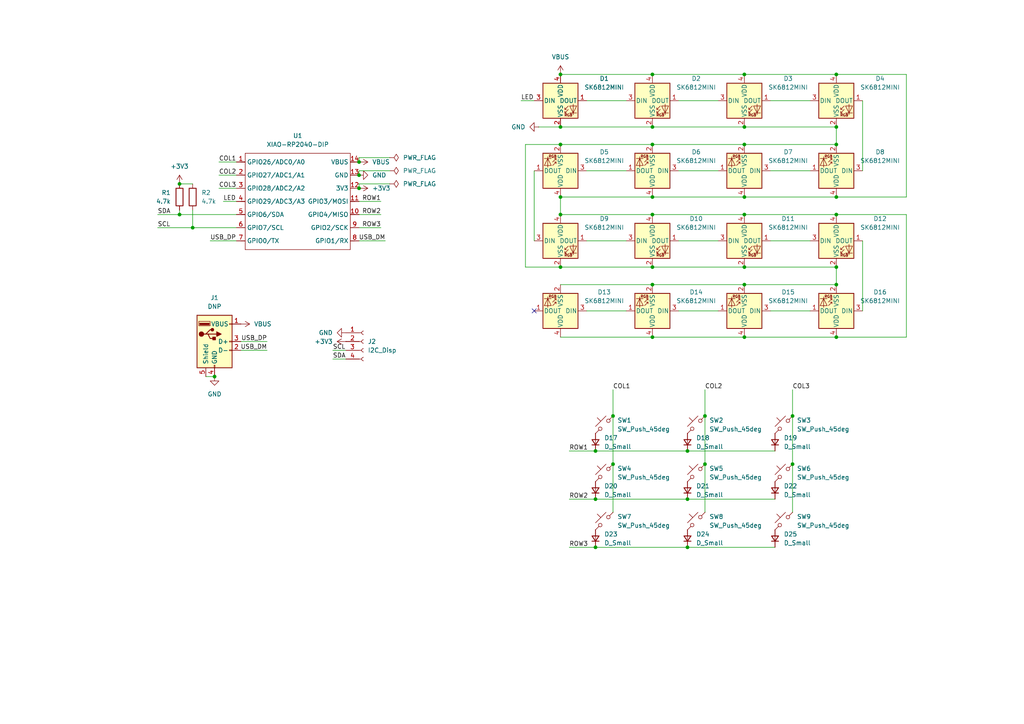
<source format=kicad_sch>
(kicad_sch (version 20250114) (generator "eeschema") (generator_version "9.0")
  (paper "A4")
  (lib_symbols
    (symbol "Connector:Conn_01x04_Socket" (pin_names (offset 1.016) (hide yes))
      (property "Reference" "J" (at 0 5.08 0))
      (property "Value" "Conn_01x04_Socket" (at 0 -7.62 0))
      (symbol "Conn_01x04_Socket_1_1"
        (polyline (pts (xy -1.27 2.54) (xy -0.508 2.54)) (stroke (width 0.1524)))
        (polyline (pts (xy -1.27 0) (xy -0.508 0)) (stroke (width 0.1524)))
        (polyline (pts (xy -1.27 -2.54) (xy -0.508 -2.54)) (stroke (width 0.1524)))
        (polyline (pts (xy -1.27 -5.08) (xy -0.508 -5.08)) (stroke (width 0.1524)))
        (arc (start 0 2.032) (mid -0.5058 2.54) (end 0 3.048) (stroke (width 0.1524)))
        (arc (start 0 -0.508) (mid -0.5058 0) (end 0 0.508) (stroke (width 0.1524)))
        (arc (start 0 -3.048) (mid -0.5058 -2.54) (end 0 -2.032) (stroke (width 0.1524)))
        (arc (start 0 -5.588) (mid -0.5058 -5.08) (end 0 -4.572) (stroke (width 0.1524)))
        (pin passive line (at -5.08 2.54 0) (length 3.81) (name "Pin_1") (number "1"))
        (pin passive line (at -5.08 0 0) (length 3.81) (name "Pin_2") (number "2"))
        (pin passive line (at -5.08 -2.54 0) (length 3.81) (name "Pin_3") (number "3"))
        (pin passive line (at -5.08 -5.08 0) (length 3.81) (name "Pin_4") (number "4"))
      )
    )
    (symbol "Connector:USB_A" (pin_names (offset 1.016))
      (property "Reference" "J" (at -5.08 11.43 0))
      (property "Value" "USB_A" (at -5.08 8.89 0))
      (symbol "USB_A_0_1"
        (rectangle (start -5.08 -7.62) (end 5.08 7.62) (stroke (width 0.254)) (fill (type background)))
        (circle (center -3.81 2.159) (radius 0.635) (stroke (width 0.254)) (fill (type outline)))
        (polyline (pts (xy -3.175 2.159) (xy -2.54 2.159) (xy -1.27 3.429) (xy -0.635 3.429)) (stroke (width 0.254)))
        (polyline (pts (xy -2.54 2.159) (xy -1.905 2.159) (xy -1.27 0.889) (xy 0 0.889)) (stroke (width 0.254)))
        (rectangle (start -1.524 4.826) (end -4.318 5.334) (fill (type outline)))
        (rectangle (start -1.27 4.572) (end -4.572 5.842))
        (circle (center -0.635 3.429) (radius 0.381) (stroke (width 0.254)) (fill (type outline)))
        (rectangle (start -0.127 -7.62) (end 0.127 -6.858))
        (rectangle (start 0.254 1.27) (end -0.508 0.508) (stroke (width 0.254)) (fill (type outline)))
        (polyline (pts (xy 0.635 2.794) (xy 0.635 1.524) (xy 1.905 2.159) (xy 0.635 2.794)) (stroke (width 0.254)) (fill (type outline)))
        (rectangle (start 5.08 4.953) (end 4.318 5.207))
        (rectangle (start 5.08 -0.127) (end 4.318 0.127))
        (rectangle (start 5.08 -2.667) (end 4.318 -2.413))
      )
      (symbol "USB_A_1_1"
        (polyline (pts (xy -1.905 2.159) (xy 0.635 2.159)) (stroke (width 0.254)))
        (pin passive line (at -2.54 -10.16 90) (length 2.54) (name "Shield") (number "5"))
        (pin power_in line (at 0 -10.16 90) (length 2.54) (name "GND") (number "4"))
        (pin power_in line (at 7.62 5.08 180) (length 2.54) (name "VBUS") (number "1"))
        (pin bidirectional line (at 7.62 0 180) (length 2.54) (name "D+") (number "3"))
        (pin bidirectional line (at 7.62 -2.54 180) (length 2.54) (name "D-") (number "2"))
      )
    )
    (symbol "Device:D_Small" (pin_numbers (hide yes)) (pin_names (offset 0.254) (hide yes))
      (property "Reference" "D" (at -1.27 2.032 0))
      (property "Value" "D_Small" (at -3.81 -2.032 0))
      (symbol "D_Small_0_1"
        (polyline (pts (xy -0.762 0) (xy 0.762 0)))
        (polyline (pts (xy -0.762 -1.016) (xy -0.762 1.016)) (stroke (width 0.254)))
        (polyline (pts (xy 0.762 -1.016) (xy -0.762 0) (xy 0.762 1.016) (xy 0.762 -1.016)) (stroke (width 0.254)))
      )
      (symbol "D_Small_1_1"
        (pin passive line (at -2.54 0 0) (length 1.778) (name "K") (number "1"))
        (pin passive line (at 2.54 0 180) (length 1.778) (name "A") (number "2"))
      )
    )
    (symbol "Device:R" (pin_numbers (hide yes)) (pin_names (offset 0))
      (property "Reference" "R" (at 2.032 0 90))
      (property "Value" "R" (at 0 0 90))
      (symbol "R_0_1"
        (rectangle (start -1.016 -2.54) (end 1.016 2.54) (stroke (width 0.254)))
      )
      (symbol "R_1_1"
        (pin passive line (at 0 3.81 270) (length 1.27) (name "~") (number "1"))
        (pin passive line (at 0 -3.81 90) (length 1.27) (name "~") (number "2"))
      )
    )
    (symbol "LED:SK6812MINI" (pin_names (offset 0.254))
      (property "Reference" "D" (at 5.08 5.715 0))
      (property "Value" "SK6812MINI" (at 1.27 -5.715 0))
      (symbol "SK6812MINI_0_0"
        (text "RGB" (at 2.286 -4.191 0) (effects (font (size 0.762 0.762))))
      )
      (symbol "SK6812MINI_0_1"
        (polyline (pts (xy 1.27 -2.54) (xy 1.778 -2.54)))
        (polyline (pts (xy 1.27 -3.556) (xy 1.778 -3.556)))
        (polyline (pts (xy 2.286 -1.524) (xy 1.27 -2.54) (xy 1.27 -2.032)))
        (polyline (pts (xy 2.286 -2.54) (xy 1.27 -3.556) (xy 1.27 -3.048)))
        (polyline (pts (xy 3.683 -1.016) (xy 3.683 -3.556) (xy 3.683 -4.064)))
        (polyline (pts (xy 4.699 -1.524) (xy 2.667 -1.524) (xy 3.683 -3.556) (xy 4.699 -1.524)))
        (polyline (pts (xy 4.699 -3.556) (xy 2.667 -3.556)))
        (rectangle (start 5.08 5.08) (end -5.08 -5.08) (stroke (width 0.254)) (fill (type background)))
      )
      (symbol "SK6812MINI_1_1"
        (pin input line (at -7.62 0 0) (length 2.54) (name "DIN") (number "3"))
        (pin power_in line (at 0 7.62 270) (length 2.54) (name "VDD") (number "4"))
        (pin power_in line (at 0 -7.62 90) (length 2.54) (name "VSS") (number "2"))
        (pin output line (at 7.62 0 180) (length 2.54) (name "DOUT") (number "1"))
      )
    )
    (symbol "OPL:XIAO-RP2040-DIP"
      (property "Reference" "U" (at 0 0 0))
      (property "Value" "XIAO-RP2040-DIP" (at 5.334 -1.778 0))
      (symbol "XIAO-RP2040-DIP_1_0"
        (polyline (pts (xy -1.27 -2.54) (xy 29.21 -2.54)) (stroke (width 0.1524)))
        (polyline (pts (xy -1.27 -5.08) (xy -2.54 -5.08)) (stroke (width 0.1524)))
        (polyline (pts (xy -1.27 -5.08) (xy -1.27 -2.54)) (stroke (width 0.1524)))
        (polyline (pts (xy -1.27 -8.89) (xy -2.54 -8.89)) (stroke (width 0.1524)))
        (polyline (pts (xy -1.27 -8.89) (xy -1.27 -5.08)) (stroke (width 0.1524)))
        (polyline (pts (xy -1.27 -12.7) (xy -2.54 -12.7)) (stroke (width 0.1524)))
        (polyline (pts (xy -1.27 -12.7) (xy -1.27 -8.89)) (stroke (width 0.1524)))
        (polyline (pts (xy -1.27 -16.51) (xy -2.54 -16.51)) (stroke (width 0.1524)))
        (polyline (pts (xy -1.27 -16.51) (xy -1.27 -12.7)) (stroke (width 0.1524)))
        (polyline (pts (xy -1.27 -20.32) (xy -2.54 -20.32)) (stroke (width 0.1524)))
        (polyline (pts (xy -1.27 -24.13) (xy -2.54 -24.13)) (stroke (width 0.1524)))
        (polyline (pts (xy -1.27 -27.94) (xy -2.54 -27.94)) (stroke (width 0.1524)))
        (polyline (pts (xy -1.27 -30.48) (xy -1.27 -16.51)) (stroke (width 0.1524)))
        (polyline (pts (xy 29.21 -2.54) (xy 29.21 -5.08)) (stroke (width 0.1524)))
        (polyline (pts (xy 29.21 -5.08) (xy 29.21 -8.89)) (stroke (width 0.1524)))
        (polyline (pts (xy 29.21 -8.89) (xy 29.21 -12.7)) (stroke (width 0.1524)))
        (polyline (pts (xy 29.21 -12.7) (xy 29.21 -30.48)) (stroke (width 0.1524)))
        (polyline (pts (xy 29.21 -30.48) (xy -1.27 -30.48)) (stroke (width 0.1524)))
        (polyline (pts (xy 30.48 -5.08) (xy 29.21 -5.08)) (stroke (width 0.1524)))
        (polyline (pts (xy 30.48 -8.89) (xy 29.21 -8.89)) (stroke (width 0.1524)))
        (polyline (pts (xy 30.48 -12.7) (xy 29.21 -12.7)) (stroke (width 0.1524)))
        (polyline (pts (xy 30.48 -16.51) (xy 29.21 -16.51)) (stroke (width 0.1524)))
        (polyline (pts (xy 30.48 -20.32) (xy 29.21 -20.32)) (stroke (width 0.1524)))
        (polyline (pts (xy 30.48 -24.13) (xy 29.21 -24.13)) (stroke (width 0.1524)))
        (polyline (pts (xy 30.48 -27.94) (xy 29.21 -27.94)) (stroke (width 0.1524)))
        (pin passive line (at -3.81 -5.08 0) (length 2.54) (name "GPIO26/ADC0/A0") (number "1"))
        (pin passive line (at -3.81 -8.89 0) (length 2.54) (name "GPIO27/ADC1/A1") (number "2"))
        (pin passive line (at -3.81 -12.7 0) (length 2.54) (name "GPIO28/ADC2/A2") (number "3"))
        (pin passive line (at -3.81 -16.51 0) (length 2.54) (name "GPIO29/ADC3/A3") (number "4"))
        (pin passive line (at -3.81 -20.32 0) (length 2.54) (name "GPIO6/SDA") (number "5"))
        (pin passive line (at -3.81 -24.13 0) (length 2.54) (name "GPIO7/SCL") (number "6"))
        (pin passive line (at -3.81 -27.94 0) (length 2.54) (name "GPIO0/TX") (number "7"))
        (pin passive line (at 31.75 -5.08 180) (length 2.54) (name "VBUS") (number "14"))
        (pin passive line (at 31.75 -8.89 180) (length 2.54) (name "GND") (number "13"))
        (pin passive line (at 31.75 -12.7 180) (length 2.54) (name "3V3") (number "12"))
        (pin passive line (at 31.75 -16.51 180) (length 2.54) (name "GPIO3/MOSI") (number "11"))
        (pin passive line (at 31.75 -20.32 180) (length 2.54) (name "GPIO4/MISO") (number "10"))
        (pin passive line (at 31.75 -24.13 180) (length 2.54) (name "GPIO2/SCK") (number "9"))
        (pin passive line (at 31.75 -27.94 180) (length 2.54) (name "GPIO1/RX") (number "8"))
      )
    )
    (symbol "Switch:SW_Push_45deg" (pin_numbers (hide yes)) (pin_names (offset 1.016) (hide yes))
      (property "Reference" "SW" (at 3.048 1.016 0))
      (property "Value" "SW_Push_45deg" (at 0 -3.81 0))
      (symbol "SW_Push_45deg_0_1"
        (polyline (pts (xy -2.54 2.54) (xy -1.524 1.524) (xy -1.524 1.524)))
        (circle (center -1.1684 1.1684) (radius 0.508))
        (polyline (pts (xy -0.508 2.54) (xy 2.54 -0.508)))
        (polyline (pts (xy 1.016 1.016) (xy 2.032 2.032)))
        (circle (center 1.143 -1.1938) (radius 0.508))
        (polyline (pts (xy 1.524 -1.524) (xy 2.54 -2.54) (xy 2.54 -2.54) (xy 2.54 -2.54)))
        (pin passive line (at -2.54 2.54 0) (length 0) (name "1") (number "1"))
        (pin passive line (at 2.54 -2.54 180) (length 0) (name "2") (number "2"))
      )
    )
    (symbol "power:+3V3" (power) (pin_numbers (hide yes)) (pin_names (offset 0) (hide yes))
      (property "Value" "+3V3" (at 0 3.556 0))
      (symbol "+3V3_0_1"
        (polyline (pts (xy -0.762 1.27) (xy 0 2.54)))
        (polyline (pts (xy 0 2.54) (xy 0.762 1.27)))
        (polyline (pts (xy 0 0) (xy 0 2.54)))
      )
      (symbol "+3V3_1_1"
        (pin power_in line (at 0 0 90) (length 0) (name "~") (number "1"))
      )
    )
    (symbol "power:GND" (power) (pin_numbers (hide yes)) (pin_names (offset 0) (hide yes))
      (property "Value" "GND" (at 0 -3.81 0))
      (symbol "GND_0_1"
        (polyline (pts (xy 0 0) (xy 0 -1.27) (xy 1.27 -1.27) (xy 0 -2.54) (xy -1.27 -1.27) (xy 0 -1.27)))
      )
      (symbol "GND_1_1"
        (pin power_in line (at 0 0 270) (length 0) (name "~") (number "1"))
      )
    )
    (symbol "power:PWR_FLAG" (power) (pin_numbers (hide yes)) (pin_names (offset 0) (hide yes))
      (property "Value" "PWR_FLAG" (at 0 3.81 0))
      (symbol "PWR_FLAG_0_0"
        (pin power_out line (at 0 0 90) (length 0) (name "~") (number "1"))
      )
      (symbol "PWR_FLAG_0_1"
        (polyline (pts (xy 0 0) (xy 0 1.27) (xy -1.016 1.905) (xy 0 2.54) (xy 1.016 1.905) (xy 0 1.27)))
      )
    )
    (symbol "power:VBUS" (power) (pin_numbers (hide yes)) (pin_names (offset 0) (hide yes))
      (property "Value" "VBUS" (at 0 3.556 0))
      (symbol "VBUS_0_1"
        (polyline (pts (xy -0.762 1.27) (xy 0 2.54)))
        (polyline (pts (xy 0 2.54) (xy 0.762 1.27)))
        (polyline (pts (xy 0 0) (xy 0 2.54)))
      )
      (symbol "VBUS_1_1"
        (pin power_in line (at 0 0 90) (length 0) (name "~") (number "1"))
      )
    )
  )
  (junction (at 242.57 62.23))
  (junction (at 242.57 21.59))
  (junction (at 162.56 21.59))
  (junction (at 52.07 53.34))
  (junction (at 215.9 62.23))
  (junction (at 172.72 158.75))
  (junction (at 199.39 158.75))
  (junction (at 104.14 50.8))
  (junction (at 189.23 21.59))
  (junction (at 189.23 97.79))
  (junction (at 215.9 36.83))
  (junction (at 204.47 134.62))
  (junction (at 172.72 130.81))
  (junction (at 242.57 77.47))
  (junction (at 242.57 82.55))
  (junction (at 215.9 21.59))
  (junction (at 189.23 77.47))
  (junction (at 189.23 36.83))
  (junction (at 229.87 134.62))
  (junction (at 215.9 97.79))
  (junction (at 242.57 41.91))
  (junction (at 229.87 120.65))
  (junction (at 215.9 82.55))
  (junction (at 52.07 62.23))
  (junction (at 172.72 144.78))
  (junction (at 204.47 120.65))
  (junction (at 189.23 82.55))
  (junction (at 189.23 57.15))
  (junction (at 55.88 66.04))
  (junction (at 162.56 77.47))
  (junction (at 104.14 46.99))
  (junction (at 162.56 57.15))
  (junction (at 215.9 77.47))
  (junction (at 177.8 134.62))
  (junction (at 242.57 36.83))
  (junction (at 199.39 144.78))
  (junction (at 162.56 41.91))
  (junction (at 104.14 54.61))
  (junction (at 199.39 130.81))
  (junction (at 242.57 57.15))
  (junction (at 215.9 57.15))
  (junction (at 177.8 120.65))
  (junction (at 242.57 97.79))
  (junction (at 189.23 62.23))
  (junction (at 215.9 41.91))
  (junction (at 62.23 109.22))
  (junction (at 189.23 41.91))
  (junction (at 162.56 62.23))
  (junction (at 162.56 36.83))
  (no_connect (at 154.94 90.17))
  (wire (pts (xy 215.9 97.79) (xy 242.57 97.79)))
  (wire (pts (xy 104.14 66.04) (xy 110.49 66.04)))
  (wire (pts (xy 172.72 144.78) (xy 199.39 144.78)))
  (wire (pts (xy 104.14 50.8) (xy 104.14 49.53)))
  (wire (pts (xy 69.85 101.6) (xy 77.47 101.6)))
  (wire (pts (xy 215.9 41.91) (xy 242.57 41.91)))
  (wire (pts (xy 64.77 58.42) (xy 68.58 58.42)))
  (wire (pts (xy 204.47 120.65) (xy 204.47 134.62)))
  (wire (pts (xy 165.1 130.81) (xy 172.72 130.81)))
  (wire (pts (xy 52.07 62.23) (xy 68.58 62.23)))
  (wire (pts (xy 52.07 53.34) (xy 55.88 53.34)))
  (wire (pts (xy 262.89 62.23) (xy 242.57 62.23)))
  (wire (pts (xy 262.89 21.59) (xy 242.57 21.59)))
  (wire (pts (xy 215.9 57.15) (xy 242.57 57.15)))
  (wire (pts (xy 204.47 134.62) (xy 204.47 148.59)))
  (wire (pts (xy 55.88 60.96) (xy 55.88 66.04)))
  (wire (pts (xy 170.18 49.53) (xy 181.61 49.53)))
  (wire (pts (xy 69.85 99.06) (xy 77.47 99.06)))
  (wire (pts (xy 151.13 29.21) (xy 154.94 29.21)))
  (wire (pts (xy 165.1 144.78) (xy 172.72 144.78)))
  (wire (pts (xy 189.23 62.23) (xy 215.9 62.23)))
  (wire (pts (xy 96.52 101.6) (xy 100.33 101.6)))
  (wire (pts (xy 215.9 82.55) (xy 242.57 82.55)))
  (wire (pts (xy 215.9 62.23) (xy 242.57 62.23)))
  (wire (pts (xy 199.39 144.78) (xy 224.79 144.78)))
  (wire (pts (xy 215.9 36.83) (xy 242.57 36.83)))
  (wire (pts (xy 189.23 57.15) (xy 215.9 57.15)))
  (wire (pts (xy 162.56 62.23) (xy 189.23 62.23)))
  (wire (pts (xy 172.72 130.81) (xy 199.39 130.81)))
  (wire (pts (xy 189.23 41.91) (xy 215.9 41.91)))
  (wire (pts (xy 162.56 36.83) (xy 189.23 36.83)))
  (wire (pts (xy 189.23 97.79) (xy 215.9 97.79)))
  (wire (pts (xy 104.14 46.99) (xy 104.14 45.72)))
  (wire (pts (xy 162.56 82.55) (xy 189.23 82.55)))
  (wire (pts (xy 199.39 158.75) (xy 224.79 158.75)))
  (wire (pts (xy 45.72 66.04) (xy 55.88 66.04)))
  (wire (pts (xy 154.94 49.53) (xy 154.94 69.85)))
  (wire (pts (xy 189.23 21.59) (xy 215.9 21.59)))
  (wire (pts (xy 250.19 29.21) (xy 250.19 49.53)))
  (wire (pts (xy 223.52 90.17) (xy 234.95 90.17)))
  (wire (pts (xy 104.14 58.42) (xy 110.49 58.42)))
  (wire (pts (xy 162.56 41.91) (xy 152.4 41.91)))
  (wire (pts (xy 242.57 97.79) (xy 262.89 97.79)))
  (wire (pts (xy 177.8 134.62) (xy 177.8 148.59)))
  (wire (pts (xy 96.52 104.14) (xy 100.33 104.14)))
  (wire (pts (xy 45.72 62.23) (xy 52.07 62.23)))
  (wire (pts (xy 172.72 158.75) (xy 199.39 158.75)))
  (wire (pts (xy 63.5 50.8) (xy 68.58 50.8)))
  (wire (pts (xy 215.9 21.59) (xy 242.57 21.59)))
  (wire (pts (xy 104.14 45.72) (xy 113.03 45.72)))
  (wire (pts (xy 189.23 82.55) (xy 215.9 82.55)))
  (wire (pts (xy 55.88 66.04) (xy 68.58 66.04)))
  (wire (pts (xy 250.19 69.85) (xy 250.19 90.17)))
  (wire (pts (xy 170.18 29.21) (xy 181.61 29.21)))
  (wire (pts (xy 104.14 53.34) (xy 113.03 53.34)))
  (wire (pts (xy 162.56 77.47) (xy 189.23 77.47)))
  (wire (pts (xy 229.87 134.62) (xy 229.87 148.59)))
  (wire (pts (xy 229.87 120.65) (xy 229.87 134.62)))
  (wire (pts (xy 162.56 97.79) (xy 189.23 97.79)))
  (wire (pts (xy 60.96 69.85) (xy 68.58 69.85)))
  (wire (pts (xy 162.56 21.59) (xy 189.23 21.59)))
  (wire (pts (xy 63.5 46.99) (xy 68.58 46.99)))
  (wire (pts (xy 177.8 120.65) (xy 177.8 134.62)))
  (wire (pts (xy 59.69 109.22) (xy 62.23 109.22)))
  (wire (pts (xy 104.14 62.23) (xy 110.49 62.23)))
  (wire (pts (xy 196.85 29.21) (xy 208.28 29.21)))
  (wire (pts (xy 152.4 41.91) (xy 152.4 77.47)))
  (wire (pts (xy 242.57 77.47) (xy 242.57 82.55)))
  (wire (pts (xy 104.14 69.85) (xy 111.76 69.85)))
  (wire (pts (xy 196.85 49.53) (xy 208.28 49.53)))
  (wire (pts (xy 189.23 36.83) (xy 215.9 36.83)))
  (wire (pts (xy 63.5 54.61) (xy 68.58 54.61)))
  (wire (pts (xy 52.07 60.96) (xy 52.07 62.23)))
  (wire (pts (xy 196.85 69.85) (xy 208.28 69.85)))
  (wire (pts (xy 229.87 113.03) (xy 229.87 120.65)))
  (wire (pts (xy 223.52 29.21) (xy 234.95 29.21)))
  (wire (pts (xy 189.23 77.47) (xy 215.9 77.47)))
  (wire (pts (xy 242.57 36.83) (xy 242.57 41.91)))
  (wire (pts (xy 215.9 77.47) (xy 242.57 77.47)))
  (wire (pts (xy 223.52 49.53) (xy 234.95 49.53)))
  (wire (pts (xy 242.57 57.15) (xy 262.89 57.15)))
  (wire (pts (xy 170.18 69.85) (xy 181.61 69.85)))
  (wire (pts (xy 156.21 36.83) (xy 162.56 36.83)))
  (wire (pts (xy 162.56 41.91) (xy 189.23 41.91)))
  (wire (pts (xy 199.39 130.81) (xy 224.79 130.81)))
  (wire (pts (xy 165.1 158.75) (xy 172.72 158.75)))
  (wire (pts (xy 177.8 113.03) (xy 177.8 120.65)))
  (wire (pts (xy 170.18 90.17) (xy 181.61 90.17)))
  (wire (pts (xy 262.89 57.15) (xy 262.89 21.59)))
  (wire (pts (xy 162.56 57.15) (xy 162.56 62.23)))
  (wire (pts (xy 104.14 54.61) (xy 104.14 53.34)))
  (wire (pts (xy 104.14 49.53) (xy 113.03 49.53)))
  (wire (pts (xy 204.47 113.03) (xy 204.47 120.65)))
  (wire (pts (xy 196.85 90.17) (xy 208.28 90.17)))
  (wire (pts (xy 152.4 77.47) (xy 162.56 77.47)))
  (wire (pts (xy 162.56 57.15) (xy 189.23 57.15)))
  (wire (pts (xy 223.52 69.85) (xy 234.95 69.85)))
  (wire (pts (xy 262.89 97.79) (xy 262.89 62.23)))
  (label "COL1" (at 63.5 46.99 0))
  (label "ROW1" (at 110.49 58.42 180))
  (label "ROW1" (at 165.1 130.81 0))
  (label "ROW2" (at 165.1 144.78 0))
  (label "SDA" (at 45.72 62.23 0))
  (label "LED" (at 64.77 58.42 0))
  (label "ROW3" (at 110.49 66.04 180))
  (label "USB_DM" (at 111.76 69.85 180))
  (label "USB_DP" (at 77.47 99.06 180))
  (label "COL2" (at 63.5 50.8 0))
  (label "COL1" (at 177.8 113.03 0))
  (label "SCL" (at 96.52 101.6 0))
  (label "ROW2" (at 110.49 62.23 180))
  (label "SDA" (at 96.52 104.14 0))
  (label "COL3" (at 63.5 54.61 0))
  (label "COL2" (at 204.47 113.03 0))
  (label "ROW3" (at 165.1 158.75 0))
  (label "LED" (at 151.13 29.21 0))
  (label "USB_DP" (at 60.96 69.85 0))
  (label "USB_DM" (at 77.47 101.6 180))
  (label "SCL" (at 45.72 66.04 0))
  (label "COL3" (at 229.87 113.03 0))
  (symbol (lib_id "LED:SK6812MINI") (at 242.57 69.85 0) (unit 1)
    (property "Reference" "D12" (at 255.27 63.4298 0))
    (property "Value" "SK6812MINI" (at 255.27 65.9698 0))
    (property "Footprint" "Keebio:SK6812-MINI-E" (effects (hide yes)))
    (property "Datasheet" "https://cdn-shop.adafruit.com/product-files/2686/SK6812MINI_REV.01-1-2.pdf" (effects (hide yes)))
    (property "Description" "RGB LED with integrated controller" (effects (hide yes)))
  )
  (symbol (lib_id "LED:SK6812MINI") (at 162.56 29.21 0) (unit 1)
    (property "Reference" "D1" (at 175.26 22.7898 0))
    (property "Value" "SK6812MINI" (at 175.26 25.3298 0))
    (property "Footprint" "Keebio:SK6812-MINI-E" (effects (hide yes)))
    (property "Datasheet" "https://cdn-shop.adafruit.com/product-files/2686/SK6812MINI_REV.01-1-2.pdf" (effects (hide yes)))
    (property "Description" "RGB LED with integrated controller" (effects (hide yes)))
  )
  (symbol (lib_id "power:GND") (at 156.21 36.83 270) (unit 1)
    (property "Reference" "#PWR07" (effects (hide yes)))
    (property "Value" "GND" (at 152.4 36.8299 90) (effects (justify right)))
    (property "Description" "Power symbol creates a global label with name \"GND\" , ground" (effects (hide yes)))
  )
  (symbol (lib_id "Device:R") (at 52.07 57.15 0) (mirror y) (unit 1)
    (property "Reference" "R1" (at 49.53 55.8799 0) (effects (justify left)))
    (property "Value" "4.7k" (at 49.53 58.4199 0) (effects (justify left)))
    (property "Footprint" "Resistor_THT:R_Axial_DIN0207_L6.3mm_D2.5mm_P7.62mm_Horizontal" (effects (hide yes)))
    (property "Description" "Resistor" (effects (hide yes)))
  )
  (symbol (lib_id "Switch:SW_Push_45deg") (at 175.26 123.19 90) (unit 1)
    (property "Reference" "SW1" (at 179.07 121.9199 90) (effects (justify right)))
    (property "Value" "SW_Push_45deg" (at 179.07 124.4599 90) (effects (justify right)))
    (property "Footprint" "Button_Switch_Keyboard:SW_Cherry_MX_1.00u_PCB" (effects (hide yes)))
    (property "Description" "Push button switch, normally open, two pins, 45° tilted" (effects (hide yes)))
  )
  (symbol (lib_id "LED:SK6812MINI") (at 189.23 69.85 0) (unit 1)
    (property "Reference" "D10" (at 201.93 63.4298 0))
    (property "Value" "SK6812MINI" (at 201.93 65.9698 0))
    (property "Footprint" "Keebio:SK6812-MINI-E" (effects (hide yes)))
    (property "Datasheet" "https://cdn-shop.adafruit.com/product-files/2686/SK6812MINI_REV.01-1-2.pdf" (effects (hide yes)))
    (property "Description" "RGB LED with integrated controller" (effects (hide yes)))
  )
  (symbol (lib_id "Device:D_Small") (at 172.72 142.24 90) (unit 1)
    (property "Reference" "D20" (at 175.26 140.9699 90) (effects (justify right)))
    (property "Value" "D_Small" (at 175.26 143.5099 90) (effects (justify right)))
    (property "Footprint" "Diode_THT:D_DO-35_SOD27_P7.62mm_Horizontal" (effects (hide yes)))
    (property "Description" "Diode, small symbol" (effects (hide yes)))
    (property "Sim.Device" "D" (effects (hide yes)))
    (property "Sim.Pins" "1=K 2=A" (effects (hide yes)))
  )
  (symbol (lib_id "LED:SK6812MINI") (at 242.57 29.21 0) (unit 1)
    (property "Reference" "D4" (at 255.27 22.7898 0))
    (property "Value" "SK6812MINI" (at 255.27 25.3298 0))
    (property "Footprint" "Keebio:SK6812-MINI-E" (effects (hide yes)))
    (property "Datasheet" "https://cdn-shop.adafruit.com/product-files/2686/SK6812MINI_REV.01-1-2.pdf" (effects (hide yes)))
    (property "Description" "RGB LED with integrated controller" (effects (hide yes)))
  )
  (symbol (lib_id "LED:SK6812MINI") (at 215.9 49.53 180) (unit 1)
    (property "Reference" "D7" (at 228.6 44.0846 0))
    (property "Value" "SK6812MINI" (at 228.6 46.6246 0))
    (property "Footprint" "Keebio:SK6812-MINI-E" (effects (hide yes)))
    (property "Datasheet" "https://cdn-shop.adafruit.com/product-files/2686/SK6812MINI_REV.01-1-2.pdf" (effects (hide yes)))
    (property "Description" "RGB LED with integrated controller" (effects (hide yes)))
  )
  (symbol (lib_id "power:VBUS") (at 104.14 46.99 270) (unit 1)
    (property "Reference" "#PWR08" (effects (hide yes)))
    (property "Value" "VBUS" (at 107.95 46.9899 90) (effects (justify left)))
    (property "Description" "Power symbol creates a global label with name \"VBUS\"" (effects (hide yes)))
  )
  (symbol (lib_id "power:+3V3") (at 100.33 99.06 90) (unit 1)
    (property "Reference" "#PWR03" (effects (hide yes)))
    (property "Value" "+3V3" (at 96.52 99.0599 90) (effects (justify left)))
    (property "Description" "Power symbol creates a global label with name \"+3V3\"" (effects (hide yes)))
  )
  (symbol (lib_id "LED:SK6812MINI") (at 162.56 49.53 180) (unit 1)
    (property "Reference" "D5" (at 175.26 44.0846 0))
    (property "Value" "SK6812MINI" (at 175.26 46.6246 0))
    (property "Footprint" "Keebio:SK6812-MINI-E" (effects (hide yes)))
    (property "Datasheet" "https://cdn-shop.adafruit.com/product-files/2686/SK6812MINI_REV.01-1-2.pdf" (effects (hide yes)))
    (property "Description" "RGB LED with integrated controller" (effects (hide yes)))
  )
  (symbol (lib_id "Device:D_Small") (at 199.39 142.24 90) (unit 1)
    (property "Reference" "D21" (at 201.93 140.9699 90) (effects (justify right)))
    (property "Value" "D_Small" (at 201.93 143.5099 90) (effects (justify right)))
    (property "Footprint" "Diode_THT:D_DO-35_SOD27_P7.62mm_Horizontal" (effects (hide yes)))
    (property "Description" "Diode, small symbol" (effects (hide yes)))
    (property "Sim.Device" "D" (effects (hide yes)))
    (property "Sim.Pins" "1=K 2=A" (effects (hide yes)))
  )
  (symbol (lib_id "LED:SK6812MINI") (at 162.56 69.85 0) (unit 1)
    (property "Reference" "D9" (at 175.26 63.4298 0))
    (property "Value" "SK6812MINI" (at 175.26 65.9698 0))
    (property "Footprint" "Keebio:SK6812-MINI-E" (effects (hide yes)))
    (property "Datasheet" "https://cdn-shop.adafruit.com/product-files/2686/SK6812MINI_REV.01-1-2.pdf" (effects (hide yes)))
    (property "Description" "RGB LED with integrated controller" (effects (hide yes)))
  )
  (symbol (lib_id "power:PWR_FLAG") (at 113.03 49.53 270) (unit 1)
    (property "Reference" "#FLG02" (effects (hide yes)))
    (property "Value" "PWR_FLAG" (at 116.84 49.5299 90) (effects (justify left)))
    (property "Description" "Special symbol for telling ERC where power comes from" (effects (hide yes)))
  )
  (symbol (lib_id "Device:D_Small") (at 224.79 156.21 90) (unit 1)
    (property "Reference" "D25" (at 227.33 154.9399 90) (effects (justify right)))
    (property "Value" "D_Small" (at 227.33 157.4799 90) (effects (justify right)))
    (property "Footprint" "Diode_THT:D_DO-35_SOD27_P7.62mm_Horizontal" (effects (hide yes)))
    (property "Description" "Diode, small symbol" (effects (hide yes)))
    (property "Sim.Device" "D" (effects (hide yes)))
    (property "Sim.Pins" "1=K 2=A" (effects (hide yes)))
  )
  (symbol (lib_id "Device:R") (at 55.88 57.15 0) (unit 1)
    (property "Reference" "R2" (at 58.42 55.8799 0) (effects (justify left)))
    (property "Value" "4.7k" (at 58.42 58.4199 0) (effects (justify left)))
    (property "Footprint" "Resistor_THT:R_Axial_DIN0207_L6.3mm_D2.5mm_P7.62mm_Horizontal" (effects (hide yes)))
    (property "Description" "Resistor" (effects (hide yes)))
  )
  (symbol (lib_id "Switch:SW_Push_45deg") (at 175.26 137.16 90) (unit 1)
    (property "Reference" "SW4" (at 179.07 135.8899 90) (effects (justify right)))
    (property "Value" "SW_Push_45deg" (at 179.07 138.4299 90) (effects (justify right)))
    (property "Footprint" "Button_Switch_Keyboard:SW_Cherry_MX_1.00u_PCB" (effects (hide yes)))
    (property "Description" "Push button switch, normally open, two pins, 45° tilted" (effects (hide yes)))
  )
  (symbol (lib_id "Switch:SW_Push_45deg") (at 227.33 123.19 90) (unit 1)
    (property "Reference" "SW3" (at 231.14 121.9199 90) (effects (justify right)))
    (property "Value" "SW_Push_45deg" (at 231.14 124.4599 90) (effects (justify right)))
    (property "Footprint" "Button_Switch_Keyboard:SW_Cherry_MX_1.00u_PCB" (effects (hide yes)))
    (property "Description" "Push button switch, normally open, two pins, 45° tilted" (effects (hide yes)))
  )
  (symbol (lib_id "LED:SK6812MINI") (at 242.57 90.17 180) (unit 1)
    (property "Reference" "D16" (at 255.27 84.7246 0))
    (property "Value" "SK6812MINI" (at 255.27 87.2646 0))
    (property "Footprint" "Keebio:SK6812-MINI-E" (effects (hide yes)))
    (property "Datasheet" "https://cdn-shop.adafruit.com/product-files/2686/SK6812MINI_REV.01-1-2.pdf" (effects (hide yes)))
    (property "Description" "RGB LED with integrated controller" (effects (hide yes)))
  )
  (symbol (lib_id "Connector:USB_A") (at 62.23 99.06 0) (unit 1)
    (property "Reference" "J1" (at 62.23 86.36 0))
    (property "Value" "DNP" (at 62.23 88.9 0))
    (property "Footprint" "Connector_USB:USB_A_Connfly_DS1095" (effects (hide yes)))
    (property "Description" "USB Type A connector" (effects (hide yes)))
  )
  (symbol (lib_id "LED:SK6812MINI") (at 215.9 90.17 180) (unit 1)
    (property "Reference" "D15" (at 228.6 84.7246 0))
    (property "Value" "SK6812MINI" (at 228.6 87.2646 0))
    (property "Footprint" "Keebio:SK6812-MINI-E" (effects (hide yes)))
    (property "Datasheet" "https://cdn-shop.adafruit.com/product-files/2686/SK6812MINI_REV.01-1-2.pdf" (effects (hide yes)))
    (property "Description" "RGB LED with integrated controller" (effects (hide yes)))
  )
  (symbol (lib_id "Switch:SW_Push_45deg") (at 201.93 151.13 90) (unit 1)
    (property "Reference" "SW8" (at 205.74 149.8599 90) (effects (justify right)))
    (property "Value" "SW_Push_45deg" (at 205.74 152.3999 90) (effects (justify right)))
    (property "Footprint" "Button_Switch_Keyboard:SW_Cherry_MX_1.00u_PCB" (effects (hide yes)))
    (property "Description" "Push button switch, normally open, two pins, 45° tilted" (effects (hide yes)))
  )
  (symbol (lib_id "power:GND") (at 62.23 109.22 0) (unit 1)
    (property "Reference" "#PWR06" (effects (hide yes)))
    (property "Value" "GND" (at 62.23 114.3 0))
    (property "Description" "Power symbol creates a global label with name \"GND\" , ground" (effects (hide yes)))
  )
  (symbol (lib_id "Device:D_Small") (at 224.79 142.24 90) (unit 1)
    (property "Reference" "D22" (at 227.33 140.9699 90) (effects (justify right)))
    (property "Value" "D_Small" (at 227.33 143.5099 90) (effects (justify right)))
    (property "Footprint" "Diode_THT:D_DO-35_SOD27_P7.62mm_Horizontal" (effects (hide yes)))
    (property "Description" "Diode, small symbol" (effects (hide yes)))
    (property "Sim.Device" "D" (effects (hide yes)))
    (property "Sim.Pins" "1=K 2=A" (effects (hide yes)))
  )
  (symbol (lib_id "Device:D_Small") (at 224.79 128.27 90) (unit 1)
    (property "Reference" "D19" (at 227.33 126.9999 90) (effects (justify right)))
    (property "Value" "D_Small" (at 227.33 129.5399 90) (effects (justify right)))
    (property "Footprint" "Diode_THT:D_DO-35_SOD27_P7.62mm_Horizontal" (effects (hide yes)))
    (property "Description" "Diode, small symbol" (effects (hide yes)))
    (property "Sim.Device" "D" (effects (hide yes)))
    (property "Sim.Pins" "1=K 2=A" (effects (hide yes)))
  )
  (symbol (lib_id "Device:D_Small") (at 199.39 156.21 90) (unit 1)
    (property "Reference" "D24" (at 201.93 154.9399 90) (effects (justify right)))
    (property "Value" "D_Small" (at 201.93 157.4799 90) (effects (justify right)))
    (property "Footprint" "Diode_THT:D_DO-35_SOD27_P7.62mm_Horizontal" (effects (hide yes)))
    (property "Description" "Diode, small symbol" (effects (hide yes)))
    (property "Sim.Device" "D" (effects (hide yes)))
    (property "Sim.Pins" "1=K 2=A" (effects (hide yes)))
  )
  (symbol (lib_id "power:PWR_FLAG") (at 113.03 53.34 270) (unit 1)
    (property "Reference" "#FLG03" (effects (hide yes)))
    (property "Value" "PWR_FLAG" (at 116.84 53.3399 90) (effects (justify left)))
    (property "Description" "Special symbol for telling ERC where power comes from" (effects (hide yes)))
  )
  (symbol (lib_id "Switch:SW_Push_45deg") (at 175.26 151.13 90) (unit 1)
    (property "Reference" "SW7" (at 179.07 149.8599 90) (effects (justify right)))
    (property "Value" "SW_Push_45deg" (at 179.07 152.3999 90) (effects (justify right)))
    (property "Footprint" "Button_Switch_Keyboard:SW_Cherry_MX_1.00u_PCB" (effects (hide yes)))
    (property "Description" "Push button switch, normally open, two pins, 45° tilted" (effects (hide yes)))
  )
  (symbol (lib_id "LED:SK6812MINI") (at 215.9 69.85 0) (unit 1)
    (property "Reference" "D11" (at 228.6 63.4298 0))
    (property "Value" "SK6812MINI" (at 228.6 65.9698 0))
    (property "Footprint" "Keebio:SK6812-MINI-E" (effects (hide yes)))
    (property "Datasheet" "https://cdn-shop.adafruit.com/product-files/2686/SK6812MINI_REV.01-1-2.pdf" (effects (hide yes)))
    (property "Description" "RGB LED with integrated controller" (effects (hide yes)))
  )
  (symbol (lib_id "Device:D_Small") (at 172.72 128.27 90) (unit 1)
    (property "Reference" "D17" (at 175.26 126.9999 90) (effects (justify right)))
    (property "Value" "D_Small" (at 175.26 129.5399 90) (effects (justify right)))
    (property "Footprint" "Diode_THT:D_DO-35_SOD27_P7.62mm_Horizontal" (effects (hide yes)))
    (property "Description" "Diode, small symbol" (effects (hide yes)))
    (property "Sim.Device" "D" (effects (hide yes)))
    (property "Sim.Pins" "1=K 2=A" (effects (hide yes)))
  )
  (symbol (lib_id "LED:SK6812MINI") (at 189.23 49.53 180) (unit 1)
    (property "Reference" "D6" (at 201.93 44.0846 0))
    (property "Value" "SK6812MINI" (at 201.93 46.6246 0))
    (property "Footprint" "Keebio:SK6812-MINI-E" (effects (hide yes)))
    (property "Datasheet" "https://cdn-shop.adafruit.com/product-files/2686/SK6812MINI_REV.01-1-2.pdf" (effects (hide yes)))
    (property "Description" "RGB LED with integrated controller" (effects (hide yes)))
  )
  (symbol (lib_id "Switch:SW_Push_45deg") (at 227.33 151.13 90) (unit 1)
    (property "Reference" "SW9" (at 231.14 149.8599 90) (effects (justify right)))
    (property "Value" "SW_Push_45deg" (at 231.14 152.3999 90) (effects (justify right)))
    (property "Footprint" "Button_Switch_Keyboard:SW_Cherry_MX_1.00u_PCB" (effects (hide yes)))
    (property "Description" "Push button switch, normally open, two pins, 45° tilted" (effects (hide yes)))
  )
  (symbol (lib_id "Device:D_Small") (at 172.72 156.21 90) (unit 1)
    (property "Reference" "D23" (at 175.26 154.9399 90) (effects (justify right)))
    (property "Value" "D_Small" (at 175.26 157.4799 90) (effects (justify right)))
    (property "Footprint" "Diode_THT:D_DO-35_SOD27_P7.62mm_Horizontal" (effects (hide yes)))
    (property "Description" "Diode, small symbol" (effects (hide yes)))
    (property "Sim.Device" "D" (effects (hide yes)))
    (property "Sim.Pins" "1=K 2=A" (effects (hide yes)))
  )
  (symbol (lib_id "LED:SK6812MINI") (at 215.9 29.21 0) (unit 1)
    (property "Reference" "D3" (at 228.6 22.7898 0))
    (property "Value" "SK6812MINI" (at 228.6 25.3298 0))
    (property "Footprint" "Keebio:SK6812-MINI-E" (effects (hide yes)))
    (property "Datasheet" "https://cdn-shop.adafruit.com/product-files/2686/SK6812MINI_REV.01-1-2.pdf" (effects (hide yes)))
    (property "Description" "RGB LED with integrated controller" (effects (hide yes)))
  )
  (symbol (lib_id "Switch:SW_Push_45deg") (at 227.33 137.16 90) (unit 1)
    (property "Reference" "SW6" (at 231.14 135.8899 90) (effects (justify right)))
    (property "Value" "SW_Push_45deg" (at 231.14 138.4299 90) (effects (justify right)))
    (property "Footprint" "Button_Switch_Keyboard:SW_Cherry_MX_1.00u_PCB" (effects (hide yes)))
    (property "Description" "Push button switch, normally open, two pins, 45° tilted" (effects (hide yes)))
  )
  (symbol (lib_id "OPL:XIAO-RP2040-DIP") (at 72.39 41.91 0) (unit 1)
    (property "Reference" "U1" (at 86.36 39.37 0))
    (property "Value" "XIAO-RP2040-DIP" (at 86.36 41.91 0))
    (property "Footprint" "OPL:XIAO-RP2040-DIP" (effects (hide yes)))
  )
  (symbol (lib_id "Device:D_Small") (at 199.39 128.27 90) (unit 1)
    (property "Reference" "D18" (at 201.93 126.9999 90) (effects (justify right)))
    (property "Value" "D_Small" (at 201.93 129.5399 90) (effects (justify right)))
    (property "Footprint" "Diode_THT:D_DO-35_SOD27_P7.62mm_Horizontal" (effects (hide yes)))
    (property "Description" "Diode, small symbol" (effects (hide yes)))
    (property "Sim.Device" "D" (effects (hide yes)))
    (property "Sim.Pins" "1=K 2=A" (effects (hide yes)))
  )
  (symbol (lib_id "Connector:Conn_01x04_Socket") (at 105.41 99.06 0) (unit 1)
    (property "Reference" "J2" (at 106.68 99.0599 0) (effects (justify left)))
    (property "Value" "I2C_Disp" (at 106.68 101.5999 0) (effects (justify left)))
    (property "Footprint" "Connector_PinHeader_2.54mm:PinHeader_1x04_P2.54mm_Vertical" (effects (hide yes)))
    (property "Description" "Generic connector, single row, 01x04, script generated" (effects (hide yes)))
  )
  (symbol (lib_id "LED:SK6812MINI") (at 189.23 29.21 0) (unit 1)
    (property "Reference" "D2" (at 201.93 22.7898 0))
    (property "Value" "SK6812MINI" (at 201.93 25.3298 0))
    (property "Footprint" "Keebio:SK6812-MINI-E" (effects (hide yes)))
    (property "Datasheet" "https://cdn-shop.adafruit.com/product-files/2686/SK6812MINI_REV.01-1-2.pdf" (effects (hide yes)))
    (property "Description" "RGB LED with integrated controller" (effects (hide yes)))
  )
  (symbol (lib_id "power:GND") (at 104.14 50.8 90) (unit 1)
    (property "Reference" "#PWR05" (effects (hide yes)))
    (property "Value" "GND" (at 107.95 50.7999 90) (effects (justify right)))
    (property "Description" "Power symbol creates a global label with name \"GND\" , ground" (effects (hide yes)))
  )
  (symbol (lib_id "power:VBUS") (at 162.56 21.59 0) (unit 1)
    (property "Reference" "#PWR010" (effects (hide yes)))
    (property "Value" "VBUS" (at 162.56 16.51 0))
    (property "Description" "Power symbol creates a global label with name \"VBUS\"" (effects (hide yes)))
  )
  (symbol (lib_id "power:+3V3") (at 52.07 53.34 0) (unit 1)
    (property "Reference" "#PWR01" (effects (hide yes)))
    (property "Value" "+3V3" (at 52.07 48.26 0))
    (property "Description" "Power symbol creates a global label with name \"+3V3\"" (effects (hide yes)))
  )
  (symbol (lib_id "Switch:SW_Push_45deg") (at 201.93 123.19 90) (unit 1)
    (property "Reference" "SW2" (at 205.74 121.9199 90) (effects (justify right)))
    (property "Value" "SW_Push_45deg" (at 205.74 124.4599 90) (effects (justify right)))
    (property "Footprint" "Button_Switch_Keyboard:SW_Cherry_MX_1.00u_PCB" (effects (hide yes)))
    (property "Description" "Push button switch, normally open, two pins, 45° tilted" (effects (hide yes)))
  )
  (symbol (lib_id "LED:SK6812MINI") (at 242.57 49.53 180) (unit 1)
    (property "Reference" "D8" (at 255.27 44.0846 0))
    (property "Value" "SK6812MINI" (at 255.27 46.6246 0))
    (property "Footprint" "Keebio:SK6812-MINI-E" (effects (hide yes)))
    (property "Datasheet" "https://cdn-shop.adafruit.com/product-files/2686/SK6812MINI_REV.01-1-2.pdf" (effects (hide yes)))
    (property "Description" "RGB LED with integrated controller" (effects (hide yes)))
  )
  (symbol (lib_id "power:+3V3") (at 104.14 54.61 270) (unit 1)
    (property "Reference" "#PWR02" (effects (hide yes)))
    (property "Value" "+3V3" (at 107.95 54.6099 90) (effects (justify left)))
    (property "Description" "Power symbol creates a global label with name \"+3V3\"" (effects (hide yes)))
  )
  (symbol (lib_id "LED:SK6812MINI") (at 162.56 90.17 180) (unit 1)
    (property "Reference" "D13" (at 175.26 84.7246 0))
    (property "Value" "SK6812MINI" (at 175.26 87.2646 0))
    (property "Footprint" "Keebio:SK6812-MINI-E" (effects (hide yes)))
    (property "Datasheet" "https://cdn-shop.adafruit.com/product-files/2686/SK6812MINI_REV.01-1-2.pdf" (effects (hide yes)))
    (property "Description" "RGB LED with integrated controller" (effects (hide yes)))
  )
  (symbol (lib_id "Switch:SW_Push_45deg") (at 201.93 137.16 90) (unit 1)
    (property "Reference" "SW5" (at 205.74 135.8899 90) (effects (justify right)))
    (property "Value" "SW_Push_45deg" (at 205.74 138.4299 90) (effects (justify right)))
    (property "Footprint" "Button_Switch_Keyboard:SW_Cherry_MX_1.00u_PCB" (effects (hide yes)))
    (property "Description" "Push button switch, normally open, two pins, 45° tilted" (effects (hide yes)))
  )
  (symbol (lib_id "LED:SK6812MINI") (at 189.23 90.17 180) (unit 1)
    (property "Reference" "D14" (at 201.93 84.7246 0))
    (property "Value" "SK6812MINI" (at 201.93 87.2646 0))
    (property "Footprint" "Keebio:SK6812-MINI-E" (effects (hide yes)))
    (property "Datasheet" "https://cdn-shop.adafruit.com/product-files/2686/SK6812MINI_REV.01-1-2.pdf" (effects (hide yes)))
    (property "Description" "RGB LED with integrated controller" (effects (hide yes)))
  )
  (symbol (lib_id "power:VBUS") (at 69.85 93.98 270) (unit 1)
    (property "Reference" "#PWR09" (effects (hide yes)))
    (property "Value" "VBUS" (at 73.66 93.9799 90) (effects (justify left)))
    (property "Description" "Power symbol creates a global label with name \"VBUS\"" (effects (hide yes)))
  )
  (symbol (lib_id "power:GND") (at 100.33 96.52 270) (unit 1)
    (property "Reference" "#PWR04" (effects (hide yes)))
    (property "Value" "GND" (at 96.52 96.5199 90) (effects (justify right)))
    (property "Description" "Power symbol creates a global label with name \"GND\" , ground" (effects (hide yes)))
  )
  (symbol (lib_id "power:PWR_FLAG") (at 113.03 45.72 270) (unit 1)
    (property "Reference" "#FLG01" (effects (hide yes)))
    (property "Value" "PWR_FLAG" (at 116.84 45.7199 90) (effects (justify left)))
    (property "Description" "Special symbol for telling ERC where power comes from" (effects (hide yes)))
  )
)
</source>
